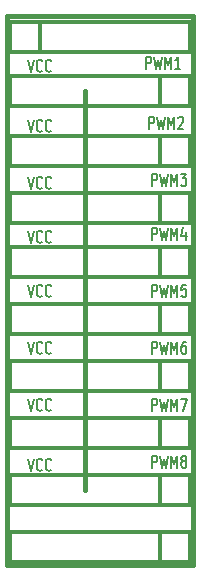
<source format=gto>
G04 (created by PCBNEW-RS274X (2012-apr-16-27)-stable) date Sun 15 Dec 2013 09:24:04 PM EET*
G01*
G70*
G90*
%MOIN*%
G04 Gerber Fmt 3.4, Leading zero omitted, Abs format*
%FSLAX34Y34*%
G04 APERTURE LIST*
%ADD10C,0.006000*%
%ADD11C,0.007500*%
%ADD12C,0.015000*%
%ADD13C,0.012000*%
G04 APERTURE END LIST*
G54D10*
G54D11*
X25201Y-27162D02*
X25301Y-27562D01*
X25401Y-27162D01*
X25672Y-27524D02*
X25658Y-27543D01*
X25615Y-27562D01*
X25586Y-27562D01*
X25543Y-27543D01*
X25515Y-27505D01*
X25500Y-27467D01*
X25486Y-27390D01*
X25486Y-27333D01*
X25500Y-27257D01*
X25515Y-27219D01*
X25543Y-27181D01*
X25586Y-27162D01*
X25615Y-27162D01*
X25658Y-27181D01*
X25672Y-27200D01*
X25972Y-27524D02*
X25958Y-27543D01*
X25915Y-27562D01*
X25886Y-27562D01*
X25843Y-27543D01*
X25815Y-27505D01*
X25800Y-27467D01*
X25786Y-27390D01*
X25786Y-27333D01*
X25800Y-27257D01*
X25815Y-27219D01*
X25843Y-27181D01*
X25886Y-27162D01*
X25915Y-27162D01*
X25958Y-27181D01*
X25972Y-27200D01*
X25201Y-25162D02*
X25301Y-25562D01*
X25401Y-25162D01*
X25672Y-25524D02*
X25658Y-25543D01*
X25615Y-25562D01*
X25586Y-25562D01*
X25543Y-25543D01*
X25515Y-25505D01*
X25500Y-25467D01*
X25486Y-25390D01*
X25486Y-25333D01*
X25500Y-25257D01*
X25515Y-25219D01*
X25543Y-25181D01*
X25586Y-25162D01*
X25615Y-25162D01*
X25658Y-25181D01*
X25672Y-25200D01*
X25972Y-25524D02*
X25958Y-25543D01*
X25915Y-25562D01*
X25886Y-25562D01*
X25843Y-25543D01*
X25815Y-25505D01*
X25800Y-25467D01*
X25786Y-25390D01*
X25786Y-25333D01*
X25800Y-25257D01*
X25815Y-25219D01*
X25843Y-25181D01*
X25886Y-25162D01*
X25915Y-25162D01*
X25958Y-25181D01*
X25972Y-25200D01*
X25201Y-23262D02*
X25301Y-23662D01*
X25401Y-23262D01*
X25672Y-23624D02*
X25658Y-23643D01*
X25615Y-23662D01*
X25586Y-23662D01*
X25543Y-23643D01*
X25515Y-23605D01*
X25500Y-23567D01*
X25486Y-23490D01*
X25486Y-23433D01*
X25500Y-23357D01*
X25515Y-23319D01*
X25543Y-23281D01*
X25586Y-23262D01*
X25615Y-23262D01*
X25658Y-23281D01*
X25672Y-23300D01*
X25972Y-23624D02*
X25958Y-23643D01*
X25915Y-23662D01*
X25886Y-23662D01*
X25843Y-23643D01*
X25815Y-23605D01*
X25800Y-23567D01*
X25786Y-23490D01*
X25786Y-23433D01*
X25800Y-23357D01*
X25815Y-23319D01*
X25843Y-23281D01*
X25886Y-23262D01*
X25915Y-23262D01*
X25958Y-23281D01*
X25972Y-23300D01*
X25201Y-21362D02*
X25301Y-21762D01*
X25401Y-21362D01*
X25672Y-21724D02*
X25658Y-21743D01*
X25615Y-21762D01*
X25586Y-21762D01*
X25543Y-21743D01*
X25515Y-21705D01*
X25500Y-21667D01*
X25486Y-21590D01*
X25486Y-21533D01*
X25500Y-21457D01*
X25515Y-21419D01*
X25543Y-21381D01*
X25586Y-21362D01*
X25615Y-21362D01*
X25658Y-21381D01*
X25672Y-21400D01*
X25972Y-21724D02*
X25958Y-21743D01*
X25915Y-21762D01*
X25886Y-21762D01*
X25843Y-21743D01*
X25815Y-21705D01*
X25800Y-21667D01*
X25786Y-21590D01*
X25786Y-21533D01*
X25800Y-21457D01*
X25815Y-21419D01*
X25843Y-21381D01*
X25886Y-21362D01*
X25915Y-21362D01*
X25958Y-21381D01*
X25972Y-21400D01*
X25201Y-19562D02*
X25301Y-19962D01*
X25401Y-19562D01*
X25672Y-19924D02*
X25658Y-19943D01*
X25615Y-19962D01*
X25586Y-19962D01*
X25543Y-19943D01*
X25515Y-19905D01*
X25500Y-19867D01*
X25486Y-19790D01*
X25486Y-19733D01*
X25500Y-19657D01*
X25515Y-19619D01*
X25543Y-19581D01*
X25586Y-19562D01*
X25615Y-19562D01*
X25658Y-19581D01*
X25672Y-19600D01*
X25972Y-19924D02*
X25958Y-19943D01*
X25915Y-19962D01*
X25886Y-19962D01*
X25843Y-19943D01*
X25815Y-19905D01*
X25800Y-19867D01*
X25786Y-19790D01*
X25786Y-19733D01*
X25800Y-19657D01*
X25815Y-19619D01*
X25843Y-19581D01*
X25886Y-19562D01*
X25915Y-19562D01*
X25958Y-19581D01*
X25972Y-19600D01*
X25201Y-17762D02*
X25301Y-18162D01*
X25401Y-17762D01*
X25672Y-18124D02*
X25658Y-18143D01*
X25615Y-18162D01*
X25586Y-18162D01*
X25543Y-18143D01*
X25515Y-18105D01*
X25500Y-18067D01*
X25486Y-17990D01*
X25486Y-17933D01*
X25500Y-17857D01*
X25515Y-17819D01*
X25543Y-17781D01*
X25586Y-17762D01*
X25615Y-17762D01*
X25658Y-17781D01*
X25672Y-17800D01*
X25972Y-18124D02*
X25958Y-18143D01*
X25915Y-18162D01*
X25886Y-18162D01*
X25843Y-18143D01*
X25815Y-18105D01*
X25800Y-18067D01*
X25786Y-17990D01*
X25786Y-17933D01*
X25800Y-17857D01*
X25815Y-17819D01*
X25843Y-17781D01*
X25886Y-17762D01*
X25915Y-17762D01*
X25958Y-17781D01*
X25972Y-17800D01*
X25201Y-15862D02*
X25301Y-16262D01*
X25401Y-15862D01*
X25672Y-16224D02*
X25658Y-16243D01*
X25615Y-16262D01*
X25586Y-16262D01*
X25543Y-16243D01*
X25515Y-16205D01*
X25500Y-16167D01*
X25486Y-16090D01*
X25486Y-16033D01*
X25500Y-15957D01*
X25515Y-15919D01*
X25543Y-15881D01*
X25586Y-15862D01*
X25615Y-15862D01*
X25658Y-15881D01*
X25672Y-15900D01*
X25972Y-16224D02*
X25958Y-16243D01*
X25915Y-16262D01*
X25886Y-16262D01*
X25843Y-16243D01*
X25815Y-16205D01*
X25800Y-16167D01*
X25786Y-16090D01*
X25786Y-16033D01*
X25800Y-15957D01*
X25815Y-15919D01*
X25843Y-15881D01*
X25886Y-15862D01*
X25915Y-15862D01*
X25958Y-15881D01*
X25972Y-15900D01*
X25201Y-13862D02*
X25301Y-14262D01*
X25401Y-13862D01*
X25672Y-14224D02*
X25658Y-14243D01*
X25615Y-14262D01*
X25586Y-14262D01*
X25543Y-14243D01*
X25515Y-14205D01*
X25500Y-14167D01*
X25486Y-14090D01*
X25486Y-14033D01*
X25500Y-13957D01*
X25515Y-13919D01*
X25543Y-13881D01*
X25586Y-13862D01*
X25615Y-13862D01*
X25658Y-13881D01*
X25672Y-13900D01*
X25972Y-14224D02*
X25958Y-14243D01*
X25915Y-14262D01*
X25886Y-14262D01*
X25843Y-14243D01*
X25815Y-14205D01*
X25800Y-14167D01*
X25786Y-14090D01*
X25786Y-14033D01*
X25800Y-13957D01*
X25815Y-13919D01*
X25843Y-13881D01*
X25886Y-13862D01*
X25915Y-13862D01*
X25958Y-13881D01*
X25972Y-13900D01*
G54D12*
X27100Y-14900D02*
X27100Y-28200D01*
G54D11*
X29335Y-27462D02*
X29335Y-27062D01*
X29450Y-27062D01*
X29478Y-27081D01*
X29493Y-27100D01*
X29507Y-27138D01*
X29507Y-27195D01*
X29493Y-27233D01*
X29478Y-27252D01*
X29450Y-27271D01*
X29335Y-27271D01*
X29607Y-27062D02*
X29678Y-27462D01*
X29735Y-27176D01*
X29793Y-27462D01*
X29864Y-27062D01*
X29978Y-27462D02*
X29978Y-27062D01*
X30078Y-27348D01*
X30178Y-27062D01*
X30178Y-27462D01*
X30364Y-27233D02*
X30336Y-27214D01*
X30321Y-27195D01*
X30307Y-27157D01*
X30307Y-27138D01*
X30321Y-27100D01*
X30336Y-27081D01*
X30364Y-27062D01*
X30421Y-27062D01*
X30450Y-27081D01*
X30464Y-27100D01*
X30479Y-27138D01*
X30479Y-27157D01*
X30464Y-27195D01*
X30450Y-27214D01*
X30421Y-27233D01*
X30364Y-27233D01*
X30336Y-27252D01*
X30321Y-27271D01*
X30307Y-27310D01*
X30307Y-27386D01*
X30321Y-27424D01*
X30336Y-27443D01*
X30364Y-27462D01*
X30421Y-27462D01*
X30450Y-27443D01*
X30464Y-27424D01*
X30479Y-27386D01*
X30479Y-27310D01*
X30464Y-27271D01*
X30450Y-27252D01*
X30421Y-27233D01*
X29335Y-25562D02*
X29335Y-25162D01*
X29450Y-25162D01*
X29478Y-25181D01*
X29493Y-25200D01*
X29507Y-25238D01*
X29507Y-25295D01*
X29493Y-25333D01*
X29478Y-25352D01*
X29450Y-25371D01*
X29335Y-25371D01*
X29607Y-25162D02*
X29678Y-25562D01*
X29735Y-25276D01*
X29793Y-25562D01*
X29864Y-25162D01*
X29978Y-25562D02*
X29978Y-25162D01*
X30078Y-25448D01*
X30178Y-25162D01*
X30178Y-25562D01*
X30293Y-25162D02*
X30493Y-25162D01*
X30364Y-25562D01*
X29335Y-23662D02*
X29335Y-23262D01*
X29450Y-23262D01*
X29478Y-23281D01*
X29493Y-23300D01*
X29507Y-23338D01*
X29507Y-23395D01*
X29493Y-23433D01*
X29478Y-23452D01*
X29450Y-23471D01*
X29335Y-23471D01*
X29607Y-23262D02*
X29678Y-23662D01*
X29735Y-23376D01*
X29793Y-23662D01*
X29864Y-23262D01*
X29978Y-23662D02*
X29978Y-23262D01*
X30078Y-23548D01*
X30178Y-23262D01*
X30178Y-23662D01*
X30450Y-23262D02*
X30393Y-23262D01*
X30364Y-23281D01*
X30350Y-23300D01*
X30321Y-23357D01*
X30307Y-23433D01*
X30307Y-23586D01*
X30321Y-23624D01*
X30336Y-23643D01*
X30364Y-23662D01*
X30421Y-23662D01*
X30450Y-23643D01*
X30464Y-23624D01*
X30479Y-23586D01*
X30479Y-23490D01*
X30464Y-23452D01*
X30450Y-23433D01*
X30421Y-23414D01*
X30364Y-23414D01*
X30336Y-23433D01*
X30321Y-23452D01*
X30307Y-23490D01*
X29335Y-21762D02*
X29335Y-21362D01*
X29450Y-21362D01*
X29478Y-21381D01*
X29493Y-21400D01*
X29507Y-21438D01*
X29507Y-21495D01*
X29493Y-21533D01*
X29478Y-21552D01*
X29450Y-21571D01*
X29335Y-21571D01*
X29607Y-21362D02*
X29678Y-21762D01*
X29735Y-21476D01*
X29793Y-21762D01*
X29864Y-21362D01*
X29978Y-21762D02*
X29978Y-21362D01*
X30078Y-21648D01*
X30178Y-21362D01*
X30178Y-21762D01*
X30464Y-21362D02*
X30321Y-21362D01*
X30307Y-21552D01*
X30321Y-21533D01*
X30350Y-21514D01*
X30421Y-21514D01*
X30450Y-21533D01*
X30464Y-21552D01*
X30479Y-21590D01*
X30479Y-21686D01*
X30464Y-21724D01*
X30450Y-21743D01*
X30421Y-21762D01*
X30350Y-21762D01*
X30321Y-21743D01*
X30307Y-21724D01*
X29335Y-19862D02*
X29335Y-19462D01*
X29450Y-19462D01*
X29478Y-19481D01*
X29493Y-19500D01*
X29507Y-19538D01*
X29507Y-19595D01*
X29493Y-19633D01*
X29478Y-19652D01*
X29450Y-19671D01*
X29335Y-19671D01*
X29607Y-19462D02*
X29678Y-19862D01*
X29735Y-19576D01*
X29793Y-19862D01*
X29864Y-19462D01*
X29978Y-19862D02*
X29978Y-19462D01*
X30078Y-19748D01*
X30178Y-19462D01*
X30178Y-19862D01*
X30450Y-19595D02*
X30450Y-19862D01*
X30379Y-19443D02*
X30307Y-19729D01*
X30493Y-19729D01*
X29335Y-18062D02*
X29335Y-17662D01*
X29450Y-17662D01*
X29478Y-17681D01*
X29493Y-17700D01*
X29507Y-17738D01*
X29507Y-17795D01*
X29493Y-17833D01*
X29478Y-17852D01*
X29450Y-17871D01*
X29335Y-17871D01*
X29607Y-17662D02*
X29678Y-18062D01*
X29735Y-17776D01*
X29793Y-18062D01*
X29864Y-17662D01*
X29978Y-18062D02*
X29978Y-17662D01*
X30078Y-17948D01*
X30178Y-17662D01*
X30178Y-18062D01*
X30293Y-17662D02*
X30479Y-17662D01*
X30379Y-17814D01*
X30421Y-17814D01*
X30450Y-17833D01*
X30464Y-17852D01*
X30479Y-17890D01*
X30479Y-17986D01*
X30464Y-18024D01*
X30450Y-18043D01*
X30421Y-18062D01*
X30336Y-18062D01*
X30307Y-18043D01*
X30293Y-18024D01*
X29235Y-16162D02*
X29235Y-15762D01*
X29350Y-15762D01*
X29378Y-15781D01*
X29393Y-15800D01*
X29407Y-15838D01*
X29407Y-15895D01*
X29393Y-15933D01*
X29378Y-15952D01*
X29350Y-15971D01*
X29235Y-15971D01*
X29507Y-15762D02*
X29578Y-16162D01*
X29635Y-15876D01*
X29693Y-16162D01*
X29764Y-15762D01*
X29878Y-16162D02*
X29878Y-15762D01*
X29978Y-16048D01*
X30078Y-15762D01*
X30078Y-16162D01*
X30207Y-15800D02*
X30221Y-15781D01*
X30250Y-15762D01*
X30321Y-15762D01*
X30350Y-15781D01*
X30364Y-15800D01*
X30379Y-15838D01*
X30379Y-15876D01*
X30364Y-15933D01*
X30193Y-16162D01*
X30379Y-16162D01*
X29135Y-14162D02*
X29135Y-13762D01*
X29250Y-13762D01*
X29278Y-13781D01*
X29293Y-13800D01*
X29307Y-13838D01*
X29307Y-13895D01*
X29293Y-13933D01*
X29278Y-13952D01*
X29250Y-13971D01*
X29135Y-13971D01*
X29407Y-13762D02*
X29478Y-14162D01*
X29535Y-13876D01*
X29593Y-14162D01*
X29664Y-13762D01*
X29778Y-14162D02*
X29778Y-13762D01*
X29878Y-14048D01*
X29978Y-13762D01*
X29978Y-14162D01*
X30279Y-14162D02*
X30107Y-14162D01*
X30193Y-14162D02*
X30193Y-13762D01*
X30164Y-13819D01*
X30136Y-13857D01*
X30107Y-13876D01*
G54D12*
X24500Y-12400D02*
X24500Y-30700D01*
X30700Y-12400D02*
X24500Y-12400D01*
X30700Y-30700D02*
X30700Y-12400D01*
X24500Y-30700D02*
X30700Y-30700D01*
G54D13*
X30600Y-14400D02*
X30600Y-15400D01*
X30600Y-15400D02*
X24600Y-15400D01*
X24600Y-15400D02*
X24600Y-14400D01*
X24600Y-14400D02*
X30600Y-14400D01*
X29600Y-14400D02*
X29600Y-15400D01*
X30600Y-16400D02*
X30600Y-17400D01*
X30600Y-17400D02*
X24600Y-17400D01*
X24600Y-17400D02*
X24600Y-16400D01*
X24600Y-16400D02*
X30600Y-16400D01*
X29600Y-16400D02*
X29600Y-17400D01*
X30600Y-18300D02*
X30600Y-19300D01*
X30600Y-19300D02*
X24600Y-19300D01*
X24600Y-19300D02*
X24600Y-18300D01*
X24600Y-18300D02*
X30600Y-18300D01*
X29600Y-18300D02*
X29600Y-19300D01*
X30600Y-20100D02*
X30600Y-21100D01*
X30600Y-21100D02*
X24600Y-21100D01*
X24600Y-21100D02*
X24600Y-20100D01*
X24600Y-20100D02*
X30600Y-20100D01*
X29600Y-20100D02*
X29600Y-21100D01*
X30600Y-22000D02*
X30600Y-23000D01*
X30600Y-23000D02*
X24600Y-23000D01*
X24600Y-23000D02*
X24600Y-22000D01*
X24600Y-22000D02*
X30600Y-22000D01*
X29600Y-22000D02*
X29600Y-23000D01*
X30600Y-23900D02*
X30600Y-24900D01*
X30600Y-24900D02*
X24600Y-24900D01*
X24600Y-24900D02*
X24600Y-23900D01*
X24600Y-23900D02*
X30600Y-23900D01*
X29600Y-23900D02*
X29600Y-24900D01*
X30600Y-25800D02*
X30600Y-26800D01*
X30600Y-26800D02*
X24600Y-26800D01*
X24600Y-26800D02*
X24600Y-25800D01*
X24600Y-25800D02*
X30600Y-25800D01*
X29600Y-25800D02*
X29600Y-26800D01*
X30600Y-27700D02*
X30600Y-28700D01*
X30600Y-28700D02*
X24600Y-28700D01*
X24600Y-28700D02*
X24600Y-27700D01*
X24600Y-27700D02*
X30600Y-27700D01*
X29600Y-27700D02*
X29600Y-28700D01*
X24600Y-13600D02*
X24600Y-12600D01*
X24600Y-12600D02*
X30600Y-12600D01*
X30600Y-12600D02*
X30600Y-13600D01*
X30600Y-13600D02*
X24600Y-13600D01*
X25600Y-13600D02*
X25600Y-12600D01*
X30600Y-29600D02*
X30600Y-30600D01*
X30600Y-30600D02*
X24600Y-30600D01*
X24600Y-30600D02*
X24600Y-29600D01*
X24600Y-29600D02*
X30600Y-29600D01*
X29600Y-29600D02*
X29600Y-30600D01*
M02*

</source>
